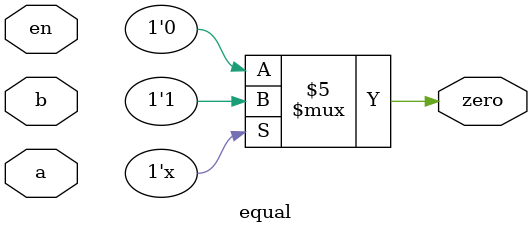
<source format=v>
`timescale 1ns / 1ps


module equal(
    input en,
    input  [31:0] a,     //have to double check order with branch code a-b or b-c
    input  [31:0] b,
    output reg zero
    );
    
    reg [31:0] value,a_reg,b_reg;
    
    always@* begin
// a_reg <= a;
// b_reg <= b;
//    if(en) 
//    value <= b_reg -a_reg;
//    else
   value <= b-a;
   
   
     if (value ==0) 
    zero <= 1'b1;
    else
    zero <=1'b0; 
    
    
    end
endmodule

</source>
